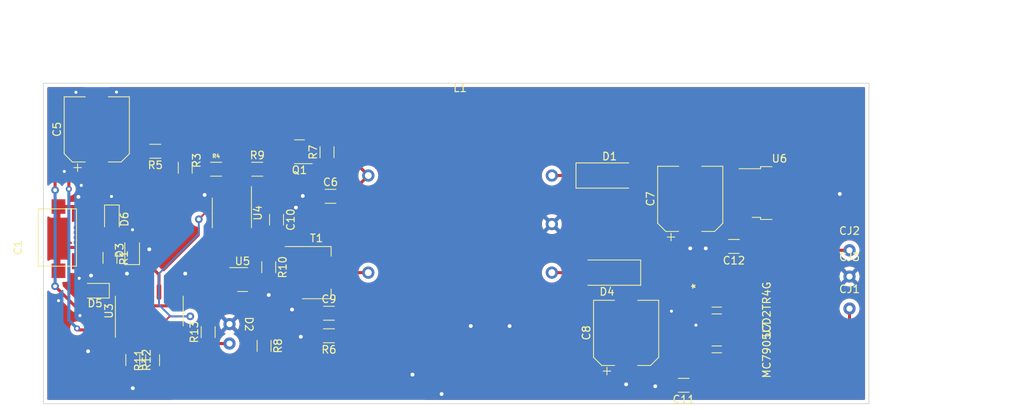
<source format=kicad_pcb>
(kicad_pcb (version 20211014) (generator pcbnew)
  (layers (0 "F.Cu" signal) (31 "B.Cu" signal) (34 "B.Paste" user) (35 "F.Paste" user) (36 "B.SilkS" user "B.Silkscreen") (37 "F.SilkS" user "F.Silkscreen") (38 "B.Mask" user) (39 "F.Mask" user) (44 "Edge.Cuts" user))
  (net 0 "")
  (net 1 "USB_5V")
  (net 2 "UPDI")
  (net 3 "Net-(C1-Pad3)")
  (net 4 "GND")
  (net 5 "Vout")
  (net 6 "Net-(C9-Pad1)")
  (net 7 "Net-(C9-Pad2)")
  (net 8 "Net-(C11-Pad1)")
  (net 9 "Net-(C12-Pad1)")
  (net 10 "Net-(D1-Pad1)")
  (net 11 "+V_rect")
  (net 12 "-V_rect")
  (net 13 "Net-(D4-Pad2)")
  (net 14 "Sig_Save")
  (net 15 "ISH-")
  (net 16 "Net-(R3-Pad2)")
  (net 17 "ISH+")
  (net 18 "Net-(R4-Pad2)")
  (net 19 "2.5Vref")
  (net 20 "IS_Shunt")
  (net 21 "PWM_amplified")
  (net 22 "Feedback_Boost")
  (net 23 "Net-(D2-Pad2)")
  (net 24 "Net-(R13-Pad2)")
  (net 28 "PWM_Boost")
  (net 31 "GNDREF")
  (footprint "Package_TO_SOT_SMD:SOT-23" (layer "F.Cu") (at 65.2295 86.426 180)
    (fp_text reference "Q1" (at 0 -2.4) (layer "F.SilkS"))
    (fp_text value "Si2319CDS")
    (fp_line (start 0 -1.56) (end -1.675 -1.56) (layer "F.SilkS") (width 0.12))
    (fp_line (start 0 -1.56) (end 0.65 -1.56) (layer "F.SilkS") (width 0.12))
    (fp_line (start 0 1.56) (end 0.65 1.56) (layer "F.SilkS") (width 0.12))
    (fp_line (start 0 1.56) (end -0.65 1.56) (layer "F.SilkS") (width 0.12))
    (pad "1" smd roundrect locked (at -0.9375 -0.95 180) (size 1.475 0.6) (layers "F.Cu" "F.Paste" "F.Mask") (net 14 "Sig_Save"))
    (pad "2" smd roundrect locked (at -0.9375 0.95 180) (size 1.475 0.6) (layers "F.Cu" "F.Paste" "F.Mask") (net 15 "ISH-"))
    (pad "3" smd roundrect locked (at 0.9375 0 180) (size 1.475 0.6) (layers "F.Cu" "F.Paste" "F.Mask") (net 5 "Vout"))
  )
  (footprint "Resistor_SMD:R_1206_3216Metric_Pad1.30x1.75mm_HandSolder" (layer "F.Cu") (at 68.834 86.487 90)
    (fp_text reference "R7" (at 0 -1.82 90) (layer "F.SilkS"))
    (fp_text value "10k")
    (fp_line (start -0.727064 0.91) (end 0.727064 0.91) (layer "F.SilkS") (width 0.12))
    (fp_line (start -0.727064 -0.91) (end 0.727064 -0.91) (layer "F.SilkS") (width 0.12))
    (pad "1" smd roundrect locked (at -1.55 0 90) (size 1.3 1.75) (layers "F.Cu" "F.Paste" "F.Mask") (roundrect_rratio 0.1923076923) (net 14 "Sig_Save"))
    (pad "2" smd roundrect locked (at 1.55 0 90) (size 1.3 1.75) (layers "F.Cu" "F.Paste" "F.Mask") (roundrect_rratio 0.1923076923) (net 15 "ISH-"))
  )
  (footprint "Package_TO_SOT_SMD:TO-252-2" (layer "F.Cu") (at 128 91.825)
    (fp_text reference "U6" (at 0 -4.5) (layer "F.SilkS"))
    (fp_text value "BA17805FP-E2")
    (fp_line (start -2.47 3.45) (end -2.47 3.18) (layer "F.SilkS") (width 0.12))
    (fp_line (start -2.47 -3.45) (end -2.47 -3.18) (layer "F.SilkS") (width 0.12))
    (fp_line (start -0.97 3.45) (end -2.47 3.45) (layer "F.SilkS") (width 0.12))
    (fp_line (start -2.47 3.18) (end -3.57 3.18) (layer "F.SilkS") (width 0.12))
    (fp_line (start -0.97 -3.45) (end -2.47 -3.45) (layer "F.SilkS") (width 0.12))
    (fp_line (start -2.47 -3.18) (end -5.3 -3.18) (layer "F.SilkS") (width 0.12))
    (pad "1" smd rect locked (at -4.2 -2.28) (size 2.2 1.2) (layers "F.Cu" "F.Paste" "F.Mask") (net 11 "+V_rect"))
    (pad "2" smd rect locked (at 2.1 0) (size 6.4 5.8) (layers "F.Cu" "F.Mask") (net 4 "GND"))
    (pad "3" smd rect locked (at -4.2 2.28) (size 2.2 1.2) (layers "F.Cu" "F.Paste" "F.Mask") (net 9 "Net-(C12-Pad1)"))
  )
  (footprint "Diode_SMD:D_SMA_Handsoldering" (layer "F.Cu") (at 105.45 102.235 180)
    (fp_text reference "D4" (at 0 -2.5) (layer "F.SilkS"))
    (fp_text value "DIODE")
    (fp_line (start -4.4 -1.65) (end -4.4 1.65) (layer "F.SilkS") (width 0.12))
    (fp_line (start -4.4 1.65) (end 2.5 1.65) (layer "F.SilkS") (width 0.12))
    (fp_line (start -4.4 -1.65) (end 2.5 -1.65) (layer "F.SilkS") (width 0.12))
    (pad "1" smd rect locked (at -2.5 0 180) (size 3.5 1.8) (layers "F.Cu" "F.Paste" "F.Mask") (net 12 "-V_rect"))
    (pad "2" smd rect locked (at 2.5 0 180) (size 3.5 1.8) (layers "F.Cu" "F.Paste" "F.Mask") (net 13 "Net-(D4-Pad2)"))
  )
  (footprint "Capacitor_SMD:C_1206_3216Metric_Pad1.33x1.80mm_HandSolder" (layer "F.Cu") (at 69.2912 92.2528)
    (fp_text reference "C6" (at 0 -1.85) (layer "F.SilkS"))
    (fp_text value "10n")
    (fp_line (start -0.711252 0.91) (end 0.711252 0.91) (layer "F.SilkS") (width 0.12))
    (fp_line (start -0.711252 -0.91) (end 0.711252 -0.91) (layer "F.SilkS") (width 0.12))
    (pad "1" smd roundrect locked (at -1.5625 0) (size 1.325 1.8) (layers "F.Cu" "F.Paste" "F.Mask") (roundrect_rratio 0.1886792453) (net 4 "GND"))
    (pad "2" smd roundrect locked (at 1.5625 0) (size 1.325 1.8) (layers "F.Cu" "F.Paste" "F.Mask") (roundrect_rratio 0.1886792453) (net 5 "Vout"))
  )
  (footprint "Capacitor_SMD:C_1206_3216Metric_Pad1.33x1.80mm_HandSolder" (layer "F.Cu") (at 122.047 98.806 180)
    (fp_text reference "C12" (at 0 -1.85) (layer "F.SilkS"))
    (fp_text value "2,2µ")
    (fp_line (start -0.711252 -0.91) (end 0.711252 -0.91) (layer "F.SilkS") (width 0.12))
    (fp_line (start -0.711252 0.91) (end 0.711252 0.91) (layer "F.SilkS") (width 0.12))
    (pad "1" smd roundrect locked (at -1.5625 0 180) (size 1.325 1.8) (layers "F.Cu" "F.Paste" "F.Mask") (roundrect_rratio 0.1886792453) (net 9 "Net-(C12-Pad1)"))
    (pad "2" smd roundrect locked (at 1.5625 0 180) (size 1.325 1.8) (layers "F.Cu" "F.Paste" "F.Mask") (roundrect_rratio 0.1886792453) (net 4 "GND"))
  )
  (footprint "Diode_SMD:D_0805_2012Metric_Pad1.15x1.40mm_HandSolder" (layer "F.Cu") (at 38.5 104.6 180)
    (fp_text reference "D5" (at 0 -1.65) (layer "F.SilkS"))
    (fp_text value "SD12_SOD323")
    (fp_line (start 1 -0.96) (end -1.86 -0.96) (layer "F.SilkS") (width 0.12))
    (fp_line (start -1.86 -0.96) (end -1.86 0.96) (layer "F.SilkS") (width 0.12))
    (fp_line (start -1.86 0.96) (end 1 0.96) (layer "F.SilkS") (width 0.12))
    (pad "1" smd roundrect locked (at -1.025 0 180) (size 1.15 1.4) (layers "F.Cu" "F.Paste" "F.Mask") (roundrect_rratio 0.217391) (net 3 "Net-(C1-Pad3)"))
    (pad "2" smd roundrect locked (at 1.025 0 180) (size 1.15 1.4) (layers "F.Cu" "F.Paste" "F.Mask") (roundrect_rratio 0.217391) (net 4 "GND"))
  )
  (footprint "Package_SO:SOIC-14_3.9x8.7mm_P1.27mm" (layer "F.Cu") (at 45.593 107.253 90)
    (fp_text reference "U3" (at 0 -5.28 90) (layer "F.SilkS"))
    (fp_text value "ATtiny204-SS")
    (fp_line (start 0 4.435) (end -1.95 4.435) (layer "F.SilkS") (width 0.12))
    (fp_line (start 0 -4.435) (end 1.95 -4.435) (layer "F.SilkS") (width 0.12))
    (fp_line (start 0 4.435) (end 1.95 4.435) (layer "F.SilkS") (width 0.12))
    (fp_line (start 0 -4.435) (end -3.45 -4.435) (layer "F.SilkS") (width 0.12))
    (pad "1" smd roundrect locked (at -2.475 -3.81 90) (size 1.95 0.6) (layers "F.Cu" "F.Paste" "F.Mask") (net 1 "USB_5V"))
    (pad "2" smd roundrect locked (at -2.475 -2.54 90) (size 1.95 0.6) (layers "F.Cu" "F.Paste" "F.Mask"))
    (pad "3" smd roundrect locked (at -2.475 -1.27 90) (size 1.95 0.6) (layers "F.Cu" "F.Paste" "F.Mask") (net 24 "Net-(R13-Pad2)"))
    (pad "4" smd roundrect locked (at -2.475 0 90) (size 1.95 0.6) (layers "F.Cu" "F.Paste" "F.Mask") (net 22 "Feedback_Boost"))
    (pad "5" smd roundrect locked (at -2.475 1.27 90) (size 1.95 0.6) (layers "F.Cu" "F.Paste" "F.Mask") (net 20 "IS_Shunt"))
    (pad "6" smd roundrect locked (at -2.475 2.54 90) (size 1.95 0.6) (layers "F.Cu" "F.Paste" "F.Mask"))
    (pad "7" smd roundrect locked (at -2.475 3.81 90) (size 1.95 0.6) (layers "F.Cu" "F.Paste" "F.Mask"))
    (pad "8" smd roundrect locked (at 2.475 3.81 90) (size 1.95 0.6) (layers "F.Cu" "F.Paste" "F.Mask") (net 28 "PWM_Boost"))
    (pad "9" smd roundrect locked (at 2.475 2.54 90) (size 1.95 0.6) (layers "F.Cu" "F.Paste" "F.Mask") (net 14 "Sig_Save"))
    (pad "10" smd roundrect locked (at 2.475 1.27 90) (size 1.95 0.6) (layers "F.Cu" "F.Paste" "F.Mask") (net 2 "UPDI"))
    (pad "11" smd roundrect locked (at 2.475 0 90) (size 1.95 0.6) (layers "F.Cu" "F.Paste" "F.Mask"))
    (pad "12" smd roundrect locked (at 2.475 -1.27 90) (size 1.95 0.6) (layers "F.Cu" "F.Paste" "F.Mask"))
    (pad "13" smd roundrect locked (at 2.475 -2.54 90) (size 1.95 0.6) (layers "F.Cu" "F.Paste" "F.Mask") (net 17 "ISH+"))
    (pad "14" smd roundrect locked (at 2.475 -3.81 90) (size 1.95 0.6) (layers "F.Cu" "F.Paste" "F.Mask") (net 4 "GND"))
  )
  (footprint "Resistor_SMD:R_1206_3216Metric_Pad1.30x1.75mm_HandSolder" (layer "F.Cu") (at 69.088 110.49 180)
    (fp_text reference "R6" (at 0 -1.82) (layer "F.SilkS"))
    (fp_text value "72k")
    (fp_line (start -0.727064 0.91) (end 0.727064 0.91) (layer "F.SilkS") (width 0.12))
    (fp_line (start -0.727064 -0.91) (end 0.727064 -0.91) (layer "F.SilkS") (width 0.12))
    (pad "1" smd roundrect locked (at -1.55 0 180) (size 1.3 1.75) (layers "F.Cu" "F.Paste" "F.Mask") (roundrect_rratio 0.1923076923) (net 6 "Net-(C9-Pad1)"))
    (pad "2" smd roundrect locked (at 1.55 0 180) (size 1.3 1.75) (layers "F.Cu" "F.Paste" "F.Mask") (roundrect_rratio 0.1923076923) (net 4 "GND"))
  )
  (footprint "Meine_Footprints:USB_Micro_Hirose_RSComponents" (layer "F.Cu") (at 37.068 98.94 90)
    (fp_text reference "C1" (at -0.025 -8.65 90) (layer "F.SilkS"))
    (fp_text value "Hirose_Micro_USB_RSComp")
    (fp_line (start -2.45 -1) (end 5.05 -1) (layer "F.SilkS") (width 0.12))
    (fp_line (start -2.45 -6) (end -2.45 -1) (layer "F.SilkS") (width 0.12))
    (fp_line (start 5.05 -1) (end 5.05 -6) (layer "F.SilkS") (width 0.12))
    (fp_line (start 5.05 -6) (end -2.45 -6) (layer "F.SilkS") (width 0.12))
    (pad "1" smd rect locked (at 2.6 0 90) (size 0.4 1.35) (drill (offset 0 -0.675)) (layers "F.Cu" "F.Paste" "F.Mask") (net 1 "USB_5V"))
    (pad "2" smd rect locked (at 1.95 0 90) (size 0.4 1.35) (drill (offset 0 -0.675)) (layers "F.Cu" "F.Paste" "F.Mask") (net 2 "UPDI"))
    (pad "3" smd rect locked (at 1.3 0 90) (size 0.4 1.35) (drill (offset 0 -0.675)) (layers "F.Cu" "F.Paste" "F.Mask") (net 3 "Net-(C1-Pad3)"))
    (pad "4" smd rect locked (at 0.65 0 90) (size 0.4 1.35) (drill (offset 0 -0.675)) (layers "F.Cu" "F.Paste" "F.Mask") (net 4 "GND"))
    (pad "5" smd rect locked (at 0 0 90) (size 0.4 1.35) (drill (offset 0 -0.675)) (layers "F.Cu" "F.Paste" "F.Mask") (net 4 "GND"))
    (pad "GND" smd rect locked (at 4.4 0 90) (size 2.1 1.6) (drill (offset 0 -0.8)) (layers "F.Cu" "F.Paste" "F.Mask") (net 4 "GND"))
    (pad "GND" smd rect locked (at -1.8 0 90) (size 2.1 1.6) (drill (offset 0 -0.8)) (layers "F.Cu" "F.Paste" "F.Mask") (net 4 "GND"))
    (pad "GND" smd rect locked (at 5.35 -3.35 90) (size 1.9 1.8) (layers "F.Cu" "F.Paste" "F.Mask") (net 4 "GND"))
    (pad "GND" smd rect locked (at -3.05 -3.35 270) (size 1.9 1.8) (layers "F.Cu" "F.Paste" "F.Mask") (net 4 "GND"))
  )
  (footprint "Meine_Footprints:Split_Ferrit_Transformer" (layer "F.Cu") (at 86.233 89.535)
    (fp_text reference "L1" (at 0 -11.43) (layer "F.SilkS"))
    (fp_text value "Split_Transformer")
    (pad "1" thru_hole circle (at -12 0) (size 1.6 1.6) (drill 0.9) (layers *.Cu *.Mask) (net 5 "Vout"))
    (pad "2" thru_hole circle (at -12 12.7) (size 1.6 1.6) (drill 0.9) (layers *.Cu *.Mask) (net 7 "Net-(C9-Pad2)"))
    (pad "3" thru_hole circle (at 12 6.35) (size 1.6 1.6) (drill 0.9) (layers *.Cu *.Mask) (net 4 "GND"))
    (pad "4" thru_hole circle (at 12 0) (size 1.6 1.6) (drill 0.9) (layers *.Cu *.Mask) (net 10 "Net-(D1-Pad1)"))
    (pad "5" thru_hole circle (at 12 12.7) (size 1.6 1.6) (drill 0.9) (layers *.Cu *.Mask) (net 13 "Net-(D4-Pad2)"))
  )
  (footprint "Capacitor_SMD:CP_Elec_8x6.7" (layer "F.Cu") (at 38.725 83.5 90)
    (fp_text reference "C5" (at 0 -5.2 90) (layer "F.SilkS"))
    (fp_text value "100µ")
    (fp_line (start 4.26 4.26) (end 4.26 1.51) (layer "F.SilkS") (width 0.12))
    (fp_line (start -5 -3.01) (end -5 -2.01) (layer "F.SilkS") (width 0.12))
    (fp_line (start -4.26 3.195563) (end -4.26 1.51) (layer "F.SilkS") (width 0.12))
    (fp_line (start -4.26 3.195563) (end -3.195563 4.26) (layer "F.SilkS") (width 0.12))
    (fp_line (start 4.26 -4.26) (end 4.26 -1.51) (layer "F.SilkS") (width 0.12))
    (fp_line (start -4.26 -3.195563) (end -4.26 -1.51) (layer "F.SilkS") (width 0.12))
    (fp_line (start -3.195563 4.26) (end 4.26 4.26) (layer "F.SilkS") (width 0.12))
    (fp_line (start -4.26 -3.195563) (end -3.195563 -4.26) (layer "F.SilkS") (width 0.12))
    (fp_line (start -5.5 -2.51) (end -4.5 -2.51) (layer "F.SilkS") (width 0.12))
    (fp_line (start -3.195563 -4.26) (end 4.26 -4.26) (layer "F.SilkS") (width 0.12))
    (pad "1" smd roundrect locked (at -3.05 0 90) (size 4 2.5) (layers "F.Cu" "F.Paste" "F.Mask") (roundrect_rratio 0.1) (net 1 "USB_5V"))
    (pad "2" smd roundrect locked (at 3.05 0 90) (size 4 2.5) (layers "F.Cu" "F.Paste" "F.Mask") (roundrect_rratio 0.1) (net 4 "GND"))
  )
  (footprint "Meine_Footprints:2_THT_Lötpads" (layer "F.Cu") (at 56.0832 108.966 -90)
    (fp_text reference "D2" (at 0 -2.54 -90 unlocked) (layer "F.SilkS"))
    (fp_text value "Rot")
    (pad "1" thru_hole circle (at 0 0 270) (size 1.6 1.6) (drill 0.8) (layers *.Cu *.Mask) (net 4 "GND"))
    (pad "2" thru_hole circle (at 2.54 0 270) (size 1.6 1.6) (drill 0.8) (layers *.Cu *.Mask) (net 23 "Net-(D2-Pad2)"))
  )
  (footprint "Resistor_SMD:R_1206_3216Metric_Pad1.30x1.75mm_HandSolder" (layer "F.Cu") (at 53.2892 110.008 90)
    (fp_text reference "R13" (at 0 -1.82 90) (layer "F.SilkS"))
    (fp_text value "680")
    (fp_line (start -0.727064 0.91) (end 0.727064 0.91) (layer "F.SilkS") (width 0.12))
    (fp_line (start -0.727064 -0.91) (end 0.727064 -0.91) (layer "F.SilkS") (width 0.12))
    (pad "1" smd roundrect locked (at -1.55 0 90) (size 1.3 1.75) (layers "F.Cu" "F.Paste" "F.Mask") (roundrect_rratio 0.1923076923) (net 23 "Net-(D2-Pad2)"))
    (pad "2" smd roundrect locked (at 1.55 0 90) (size 1.3 1.75) (layers "F.Cu" "F.Paste" "F.Mask") (roundrect_rratio 0.1923076923) (net 24 "Net-(R13-Pad2)"))
  )
  (footprint "Resistor_SMD:R_1206_3216Metric_Pad1.30x1.75mm_HandSolder" (layer "F.Cu") (at 54.33 88.711)
    (fp_text reference "R4" (at 0 -1.716) (layer "F.SilkS") (effects (font (size 0.5 0.5) (thickness 0.125))))
    (fp_text value "10k")
    (fp_line (start -0.727064 -0.91) (end 0.727064 -0.91) (layer "F.SilkS") (width 0.12))
    (fp_line (start -0.727064 0.91) (end 0.727064 0.91) (layer "F.SilkS") (width 0.12))
    (pad "1" smd roundrect locked (at -1.55 0) (size 1.3 1.75) (layers "F.Cu" "F.Paste" "F.Mask") (roundrect_rratio 0.1923076923) (net 17 "ISH+"))
    (pad "2" smd roundrect locked (at 1.55 0) (size 1.3 1.75) (layers "F.Cu" "F.Paste" "F.Mask") (roundrect_rratio 0.1923076923) (net 18 "Net-(R4-Pad2)"))
  )
  (footprint "Resistor_SMD:R_1206_3216Metric_Pad1.30x1.75mm_HandSolder" (layer "F.Cu") (at 61.214 101.5244 -90)
    (fp_text reference "R10" (at 0 -1.82 90) (layer "F.SilkS"))
    (fp_text value "10k")
    (fp_line (start -0.727064 0.91) (end 0.727064 0.91) (layer "F.SilkS") (width 0.12))
    (fp_line (start -0.727064 -0.91) (end 0.727064 -0.91) (layer "F.SilkS") (width 0.12))
    (pad "1" smd roundrect locked (at -1.55 0 270) (size 1.3 1.75) (layers "F.Cu" "F.Paste" "F.Mask") (roundrect_rratio 0.1923076923) (net 21 "PWM_amplified"))
    (pad "2" smd roundrect locked (at 1.55 0 270) (size 1.3 1.75) (layers "F.Cu" "F.Paste" "F.Mask") (roundrect_rratio 0.1923076923) (net 4 "GND"))
  )
  (footprint "Resistor_SMD:R_1206_3216Metric_Pad1.30x1.75mm_HandSolder" (layer "F.Cu") (at 40.45 100.3 -90)
    (fp_text reference "R1" (at 0 -1.82 90) (layer "F.SilkS"))
    (fp_text value "4k7")
    (fp_line (start -0.727064 0.91) (end 0.727064 0.91) (layer "F.SilkS") (width 0.12))
    (fp_line (start -0.727064 -0.91) (end 0.727064 -0.91) (layer "F.SilkS") (width 0.12))
    (pad "1" smd roundrect locked (at -1.55 0 270) (size 1.3 1.75) (layers "F.Cu" "F.Paste" "F.Mask") (roundrect_rratio 0.192308) (net 2 "UPDI"))
    (pad "2" smd roundrect locked (at 1.55 0 270) (size 1.3 1.75) (layers "F.Cu" "F.Paste" "F.Mask") (roundrect_rratio 0.192308) (net 3 "Net-(C1-Pad3)"))
  )
  (footprint "Capacitor_SMD:CP_Elec_8x6.7" (layer "F.Cu") (at 107.95 110.111 90)
    (fp_text reference "C8" (at 0 -5.2 90) (layer "F.SilkS"))
    (fp_text value "100µ")
    (fp_line (start 4.26 -4.26) (end 4.26 -1.51) (layer "F.SilkS") (width 0.12))
    (fp_line (start -5 -3.01) (end -5 -2.01) (layer "F.SilkS") (width 0.12))
    (fp_line (start 4.26 4.26) (end 4.26 1.51) (layer "F.SilkS") (width 0.12))
    (fp_line (start -4.26 -3.195563) (end -4.26 -1.51) (layer "F.SilkS") (width 0.12))
    (fp_line (start -4.26 3.195563) (end -4.26 1.51) (layer "F.SilkS") (width 0.12))
    (fp_line (start -4.26 3.195563) (end -3.195563 4.26) (layer "F.SilkS") (width 0.12))
    (fp_line (start -3.195563 4.26) (end 4.26 4.26) (layer "F.SilkS") (width 0.12))
    (fp_line (start -4.26 -3.195563) (end -3.195563 -4.26) (layer "F.SilkS") (width 0.12))
    (fp_line (start -3.195563 -4.26) (end 4.26 -4.26) (layer "F.SilkS") (width 0.12))
    (fp_line (start -5.5 -2.51) (end -4.5 -2.51) (layer "F.SilkS") (width 0.12))
    (pad "1" smd roundrect locked (at -3.05 0 90) (size 4 2.5) (layers "F.Cu" "F.Paste" "F.Mask") (roundrect_rratio 0.1) (net 4 "GND"))
    (pad "2" smd roundrect locked (at 3.05 0 90) (size 4 2.5) (layers "F.Cu" "F.Paste" "F.Mask") (roundrect_rratio 0.1) (net 12 "-V_rect"))
  )
  (footprint "Diode_SMD:D_0805_2012Metric_Pad1.15x1.40mm_HandSolder" (layer "F.Cu") (at 40.7 95.25 -90)
    (fp_text reference "D6" (at 0 -1.65 90) (layer "F.SilkS"))
    (fp_text value "SD12_SOD323")
    (fp_line (start 1 -0.96) (end -1.86 -0.96) (layer "F.SilkS") (width 0.12))
    (fp_line (start -1.86 0.96) (end 1 0.96) (layer "F.SilkS") (width 0.12))
    (fp_line (start -1.86 -0.96) (end -1.86 0.96) (layer "F.SilkS") (width 0.12))
    (pad "1" smd roundrect locked (at -1.025 0 270) (size 1.15 1.4) (layers "F.Cu" "F.Paste" "F.Mask") (roundrect_rratio 0.217391) (net 31 "GNDREF"))
    (pad "2" smd roundrect locked (at 1.025 0 270) (size 1.15 1.4) (layers "F.Cu" "F.Paste" "F.Mask") (roundrect_rratio 0.217391) (net 1 "USB_5V"))
  )
  (footprint "Capacitor_SMD:CP_Elec_8x6.7" (layer "F.Cu") (at 116.332 92.585 90)
    (fp_text reference "C7" (at 0 -5.2 90) (layer "F.SilkS"))
    (fp_text value "100µ")
    (fp_line (start -4.26 -3.195563) (end -3.195563 -4.26) (layer "F.SilkS") (width 0.12))
    (fp_line (start -5.5 -2.51) (end -4.5 -2.51) (layer "F.SilkS") (width 0.12))
    (fp_line (start 4.26 4.26) (end 4.26 1.51) (layer "F.SilkS") (width 0.12))
    (fp_line (start -3.195563 4.26) (end 4.26 4.26) (layer "F.SilkS") (width 0.12))
    (fp_line (start -3.195563 -4.26) (end 4.26 -4.26) (layer "F.SilkS") (width 0.12))
    (fp_line (start -4.26 3.195563) (end -4.26 1.51) (layer "F.SilkS") (width 0.12))
    (fp_line (start -5 -3.01) (end -5 -2.01) (layer "F.SilkS") (width 0.12))
    (fp_line (start -4.26 -3.195563) (end -4.26 -1.51) (layer "F.SilkS") (width 0.12))
    (fp_line (start -4.26 3.195563) (end -3.195563 4.26) (layer "F.SilkS") (width 0.12))
    (fp_line (start 4.26 -4.26) (end 4.26 -1.51) (layer "F.SilkS") (width 0.12))
    (pad "1" smd roundrect locked (at -3.05 0 90) (size 4 2.5) (layers "F.Cu" "F.Paste" "F.Mask") (roundrect_rratio 0.1) (net 4 "GND"))
    (pad "2" smd roundrect locked (at 3.05 0 90) (size 4 2.5) (layers "F.Cu" "F.Paste" "F.Mask") (roundrect_rratio 0.1) (net 11 "+V_rect"))
  )
  (footprint "Capacitor_SMD:C_1206_3216Metric_Pad1.33x1.80mm_HandSolder" (layer "F.Cu") (at 115.4815 116.967 180)
    (fp_text reference "C11" (at 0 -1.85) (layer "F.SilkS"))
    (fp_text value "2,2µ")
    (fp_line (start -0.711252 0.91) (end 0.711252 0.91) (layer "F.SilkS") (width 0.12))
    (fp_line (start -0.711252 -0.91) (end 0.711252 -0.91) (layer "F.SilkS") (width 0.12))
    (pad "1" smd roundrect locked (at -1.5625 0 180) (size 1.325 1.8) (layers "F.Cu" "F.Paste" "F.Mask") (roundrect_rratio 0.1886792453) (net 8 "Net-(C11-Pad1)"))
    (pad "2" smd roundrect locked (at 1.5625 0 180) (size 1.325 1.8) (layers "F.Cu" "F.Paste" "F.Mask") (roundrect_rratio 0.1886792453) (net 4 "GND"))
  )
  (footprint "Meine_Footprints:1_THT_Lötpad" (layer "F.Cu") (at 137.16 102.743)
    (fp_text reference "CJ3" (at 0 -2.54 unlocked) (layer "F.SilkS"))
    (fp_text value "GND")
    (pad "1" thru_hole circle (at 0 0) (size 1.6 1.6) (drill 0.8) (layers *.Cu *.Mask) (net 4 "GND"))
  )
  (footprint "Meine_Footprints:MC7905CD2TR4G" (layer "F.Cu") (at 126.33325 109.728 -90)
    (fp_text reference "U7" (at 0 0 90) (layer "F.SilkS"))
    (fp_text value "MC7905CD2TR4G" (at 0 0 90) (layer "F.SilkS"))
    (fp_text user "*" (at -5.715 9.271 90) (layer "F.SilkS"))
    (fp_text user "*" (at -5.715 9.271 90) (layer "F.SilkS"))
    (fp_line (start 2.9845 5.89534) (end 2.9845 7.1628) (layer "F.SilkS") (width 0.12))
    (fp_line (start -2.9845 5.89534) (end -2.9845 7.1628) (layer "F.SilkS") (width 0.12))
    (fp_line (start -2.0955 5.89534) (end -2.0955 7.1628) (layer "F.SilkS") (width 0.12))
    (fp_line (start 2.0955 5.89534) (end 2.0955 7.1628) (layer "F.SilkS") (width 0.12))
    (pad "1" smd rect (at -2.54 9.271 270) (size 0.9398 3.5052) (layers "F.Cu" "F.Paste" "F.Mask") (net 4 "GND"))
    (pad "2" smd rect (at 0 0 270) (size 10.033 11.1252) (layers "F.Cu" "F.Paste" "F.Mask") (net 12 "-V_rect"))
    (pad "3" smd rect (at 2.54 9.271 270) (size 0.9398 3.5052) (layers "F.Cu" "F.Paste" "F.Mask") (net 8 "Net-(C11-Pad1)"))
  )
  (footprint "Resistor_SMD:R_1206_3216Metric_Pad1.30x1.75mm_HandSolder" (layer "F.Cu") (at 43.434 113.665 -90)
    (fp_text reference "R12" (at 0 -1.82 90) (layer "F.SilkS"))
    (fp_text value "10k")
    (fp_line (start -0.727064 0.91) (end 0.727064 0.91) (layer "F.SilkS") (width 0.12))
    (fp_line (start -0.727064 -0.91) (end 0.727064 -0.91) (layer "F.SilkS") (width 0.12))
    (pad "1" smd roundrect locked (at -1.55 0 270) (size 1.3 1.75) (layers "F.Cu" "F.Paste" "F.Mask") (roundrect_rratio 0.1923076923) (net 22 "Feedback_Boost"))
    (pad "2" smd roundrect locked (at 1.55 0 270) (size 1.3 1.75) (layers "F.Cu" "F.Paste" "F.Mask") (roundrect_rratio 0.1923076923) (net 4 "GND"))
  )
  (footprint "Resistor_SMD:R_1206_3216Metric_Pad1.30x1.75mm_HandSolder" (layer "F.Cu") (at 60.6044 111.8108 -90)
    (fp_text reference "R8" (at 0 -1.82 90) (layer "F.SilkS"))
    (fp_text value "22k")
    (fp_line (start -0.727064 0.91) (end 0.727064 0.91) (layer "F.SilkS") (width 0.12))
    (fp_line (start -0.727064 -0.91) (end 0.727064 -0.91) (layer "F.SilkS") (width 0.12))
    (pad "1" smd roundrect locked (at -1.55 0 270) (size 1.3 1.75) (layers "F.Cu" "F.Paste" "F.Mask") (roundrect_rratio 0.1923076923) (net 19 "2.5Vref"))
    (pad "2" smd roundrect locked (at 1.55 0 270) (size 1.3 1.75) (layers "F.Cu" "F.Paste" "F.Mask") (roundrect_rratio 0.1923076923) (net 1 "USB_5V"))
  )
  (footprint "Diode_SMD:D_0805_2012Metric_Pad1.15x1.40mm_HandSolder" (layer "F.Cu") (at 43.35 99.325 90)
    (fp_text reference "D3" (at 0 -1.65 90) (layer "F.SilkS"))
    (fp_text value "SD12_SOD323")
    (fp_line (start 1 -0.96) (end -1.86 -0.96) (layer "F.SilkS") (width 0.12))
    (fp_line (start -1.86 -0.96) (end -1.86 0.96) (layer "F.SilkS") (width 0.12))
    (fp_line (start -1.86 0.96) (end 1 0.96) (layer "F.SilkS") (width 0.12))
    (pad "1" smd roundrect locked (at -1.025 0 90) (size 1.15 1.4) (layers "F.Cu" "F.Paste" "F.Mask") (roundrect_rratio 0.217391) (net 2 "UPDI"))
    (pad "2" smd roundrect locked (at 1.025 0 90) (size 1.15 1.4) (layers "F.Cu" "F.Paste" "F.Mask") (roundrect_rratio 0.217391) (net 4 "GND"))
  )
  (footprint "Meine_Footprints:1_THT_Lötpad" (layer "F.Cu") (at 137.16 99.314)
    (fp_text reference "CJ2" (at 0 -2.54 unlocked) (layer "F.SilkS"))
    (fp_text value "+5V")
    (pad "1" thru_hole circle (at 0 0) (size 1.6 1.6) (drill 0.8) (layers *.Cu *.Mask) (net 9 "Net-(C12-Pad1)"))
  )
  (footprint "Resistor_SMD:R_1206_3216Metric_Pad1.30x1.75mm_HandSolder" (layer "F.Cu") (at 59.716 88.711)
    (fp_text reference "R9" (at 0 -1.82) (layer "F.SilkS"))
    (fp_text value "1Meg")
    (fp_line (start -0.727064 -0.91) (end 0.727064 -0.91) (layer "F.SilkS") (width 0.12))
    (fp_line (start -0.727064 0.91) (end 0.727064 0.91) (layer "F.SilkS") (width 0.12))
    (pad "1" smd roundrect locked (at -1.55 0) (size 1.3 1.75) (layers "F.Cu" "F.Paste" "F.Mask") (roundrect_rratio 0.1923076923) (net 18 "Net-(R4-Pad2)"))
    (pad "2" smd roundrect locked (at 1.55 0) (size 1.3 1.75) (layers "F.Cu" "F.Paste" "F.Mask") (roundrect_rratio 0.1923076923) (net 20 "IS_Shunt"))
  )
  (footprint "Package_TO_SOT_SMD:SOT-23" (layer "F.Cu") (at 57.7827 103.1392)
    (fp_text reference "U5" (at 0 -2.4) (layer "F.SilkS"))
    (fp_text value "TL431ASA-7")
    (fp_line (start 0 -1.56) (end 0.65 -1.56) (layer "F.SilkS") (width 0.12))
    (fp_line (start 0 1.56) (end 0.65 1.56) (layer "F.SilkS") (width 0.12))
    (fp_line (start 0 -1.56) (end -1.675 -1.56) (layer "F.SilkS") (width 0.12))
    (fp_line (start 0 1.56) (end -0.65 1.56) (layer "F.SilkS") (width 0.12))
    (pad "1" smd roundrect locked (at -0.9375 -0.95) (size 1.475 0.6) (layers "F.Cu" "F.Paste" "F.Mask") (net 19 "2.5Vref"))
    (pad "2" smd roundrect locked (at -0.9375 0.95) (size 1.475 0.6) (layers "F.Cu" "F.Paste" "F.Mask") (net 19 "2.5Vref"))
    (pad "3" smd roundrect locked (at 0.9375 0) (size 1.475 0.6) (layers "F.Cu" "F.Paste" "F.Mask") (net 4 "GND"))
  )
  (footprint "Capacitor_SMD:C_1206_3216Metric_Pad1.33x1.80mm_HandSolder" (layer "F.Cu") (at 69.088 107.5436)
    (fp_text reference "C9" (at 0 -1.85) (layer "F.SilkS"))
    (fp_text value "10n")
    (fp_line (start -0.711252 0.91) (end 0.711252 0.91) (layer "F.SilkS") (width 0.12))
    (fp_line (start -0.711252 -0.91) (end 0.711252 -0.91) (layer "F.SilkS") (width 0.12))
    (pad "1" smd roundrect locked (at -1.5625 0) (size 1.325 1.8) (layers "F.Cu" "F.Paste" "F.Mask") (roundrect_rratio 0.1886792453) (net 6 "Net-(C9-Pad1)"))
    (pad "2" smd roundrect locked (at 1.5625 0) (size 1.325 1.8) (layers "F.Cu" "F.Paste" "F.Mask") (roundrect_rratio 0.1886792453) (net 7 "Net-(C9-Pad2)"))
  )
  (footprint "Package_SO:SOIC-8_3.9x4.9mm_P1.27mm" (layer "F.Cu") (at 56.388 94.423 -90)
    (fp_text reference "U4" (at 0 -3.4 90) (layer "F.SilkS"))
    (fp_text value "MCP602")
    (fp_line (start 0 2.56) (end -1.95 2.56) (layer "F.SilkS") (width 0.12))
    (fp_line (start 0 2.56) (end 1.95 2.56) (layer "F.SilkS") (width 0.12))
    (fp_line (start 0 -2.56) (end -3.45 -2.56) (layer "F.SilkS") (width 0.12))
    (fp_line (start 0 -2.56) (end 1.95 -2.56) (layer "F.SilkS") (width 0.12))
    (pad "1" smd roundrect locked (at -2.475 -1.905 270) (size 1.95 0.6) (layers "F.Cu" "F.Paste" "F.Mask") (net 20 "IS_Shunt"))
    (pad "2" smd roundrect locked (at -2.475 -0.635 270) (size 1.95 0.6) (layers "F.Cu" "F.Paste" "F.Mask") (net 18 "Net-(R4-Pad2)"))
    (pad "3" smd roundrect locked (at -2.475 0.635 270) (size 1.95 0.6) (layers "F.Cu" "F.Paste" "F.Mask") (net 16 "Net-(R3-Pad2)"))
    (pad "4" smd roundrect locked (at -2.475 1.905 270) (size 1.95 0.6) (layers "F.Cu" "F.Paste" "F.Mask") (net 4 "GND"))
    (pad "5" smd roundrect locked (at 2.475 1.905 270) (size 1.95 0.6) (layers "F.Cu" "F.Paste" "F.Mask") (net 28 "PWM_Boost"))
    (pad "6" smd roundrect locked (at 2.475 0.635 270) (size 1.95 0.6) (layers "F.Cu" "F.Paste" "F.Mask") (net 19 "2.5Vref"))
    (pad "7" smd roundrect locked (at 2.475 -0.635 270) (size 1.95 0.6) (layers "F.Cu" "F.Paste" "F.Mask") (net 21 "PWM_amplified"))
    (pad "8" smd roundrect locked (at 2.475 -1.905 270) (size 1.95 0.6) (layers "F.Cu" "F.Paste" "F.Mask") (net 1 "USB_5V"))
  )
  (footprint "Resistor_SMD:R_1206_3216Metric_Pad1.30x1.75mm_HandSolder" (layer "F.Cu") (at 46.381 86.36 180)
    (fp_text reference "R5" (at 0 -1.82) (layer "F.SilkS"))
    (fp_text value "27m")
    (fp_line (start -0.727064 0.91) (end 0.727064 0.91) (layer "F.SilkS") (width 0.12))
    (fp_line (start -0.727064 -0.91) (end 0.727064 -0.91) (layer "F.SilkS") (width 0.12))
    (pad "1" smd roundrect locked (at -1.55 0 180) (size 1.3 1.75) (layers "F.Cu" "F.Paste" "F.Mask") (roundrect_rratio 0.1923076923) (net 15 "ISH-"))
    (pad "2" smd roundrect locked (at 1.55 0 180) (size 1.3 1.75) (layers "F.Cu" "F.Paste" "F.Mask") (roundrect_rratio 0.1923076923) (net 17 "ISH+"))
  )
  (footprint "Diode_SMD:D_SMA_Handsoldering" (layer "F.Cu") (at 105.791 89.535)
    (fp_text reference "D1" (at 0 -2.5) (layer "F.SilkS"))
    (fp_text value "DIODE")
    (fp_line (start -4.4 -1.65) (end 2.5 -1.65) (layer "F.SilkS") (width 0.12))
    (fp_line (start -4.4 -1.65) (end -4.4 1.65) (layer "F.SilkS") (width 0.12))
    (fp_line (start -4.4 1.65) (end 2.5 1.65) (layer "F.SilkS") (width 0.12))
    (pad "1" smd rect locked (at -2.5 0) (size 3.5 1.8) (layers "F.Cu" "F.Paste" "F.Mask") (net 10 "Net-(D1-Pad1)"))
    (pad "2" smd rect locked (at 2.5 0) (size 3.5 1.8) (layers "F.Cu" "F.Paste" "F.Mask") (net 11 "+V_rect"))
  )
  (footprint "Package_TO_SOT_SMD:SOT-223-3_TabPin2" (layer "F.Cu") (at 67.462 102.235)
    (fp_text reference "T1" (at 0 -4.5) (layer "F.SilkS"))
    (fp_text value "TSM950N10CW")
    (fp_line (start -4.1 -3.41) (end 1.91 -3.41) (layer "F.SilkS") (width 0.12))
    (fp_line (start -1.85 3.41) (end 1.91 3.41) (layer "F.SilkS") (width 0.12))
    (fp_line (start 1.91 3.41) (end 1.91 2.15) (layer "F.SilkS") (width 0.12))
    (fp_line (start 1.91 -3.41) (end 1.91 -2.15) (layer "F.SilkS") (width 0.12))
    (pad "1" smd rect locked (at -3.15 -2.3) (size 2 1.5) (layers "F.Cu" "F.Paste" "F.Mask") (net 21 "PWM_amplified"))
    (pad "2" smd rect locked (at -3.15 0) (size 2 1.5) (layers "F.Cu" "F.Paste" "F.Mask") (net 7 "Net-(C9-Pad2)"))
    (pad "2" smd rect locked (at 3.15 0) (size 2 3.8) (layers "F.Cu" "F.Paste" "F.Mask") (net 7 "Net-(C9-Pad2)"))
    (pad "3" smd rect locked (at -3.15 2.3) (size 2 1.5) (layers "F.Cu" "F.Paste" "F.Mask") (net 4 "GND"))
  )
  (footprint "Meine_Footprints:1_THT_Lötpad" (layer "F.Cu") (at 137.16 106.934)
    (fp_text reference "CJ1" (at 0 -2.54 unlocked) (layer "F.SilkS"))
    (fp_text value "-5V")
    (pad "1" thru_hole circle (at 0 0) (size 1.6 1.6) (drill 0.8) (layers *.Cu *.Mask) (net 8 "Net-(C11-Pad1)"))
  )
  (footprint "Capacitor_SMD:C_1206_3216Metric_Pad1.33x1.80mm_HandSolder" (layer "F.Cu") (at 62.23 95.3131 -90)
    (fp_text reference "C10" (at 0 -1.85 90) (layer "F.SilkS"))
    (fp_text value "2,2µ")
    (fp_line (start -0.711252 -0.91) (end 0.711252 -0.91) (layer "F.SilkS") (width 0.12))
    (fp_line (start -0.711252 0.91) (end 0.711252 0.91) (layer "F.SilkS") (width 0.12))
    (pad "1" smd roundrect locked (at -1.5625 0 270) (size 1.325 1.8) (layers "F.Cu" "F.Paste" "F.Mask") (roundrect_rratio 0.1886792453) (net 4 "GND"))
    (pad "2" smd roundrect locked (at 1.5625 0 270) (size 1.325 1.8) (layers "F.Cu" "F.Paste" "F.Mask") (roundrect_rratio 0.1886792453) (net 1 "USB_5V"))
  )
  (footprint "Resistor_SMD:R_1206_3216Metric_Pad1.30x1.75mm_HandSolder" (layer "F.Cu") (at 50.292 88.519 -90)
    (fp_text reference "R3" (at -0.951 -1.491 90) (layer "F.SilkS"))
    (fp_text value "10k")
    (fp_line (start -0.727064 0.91) (end 0.727064 0.91) (layer "F.SilkS") (width 0.12))
    (fp_line (start -0.727064 -0.91) (end 0.727064 -0.91) (layer "F.SilkS") (width 0.12))
    (pad "1" smd roundrect locked (at -1.55 0 270) (size 1.3 1.75) (layers "F.Cu" "F.Paste" "F.Mask") (roundrect_rratio 0.1923076923) (net 15 "ISH-"))
    (pad "2" smd roundrect locked (at 1.55 0 270) (size 1.3 1.75) (layers "F.Cu" "F.Paste" "F.Mask") (roundrect_rratio 0.1923076923) (net 16 "Net-(R3-Pad2)"))
  )
  (footprint "Resistor_SMD:R_1206_3216Metric_Pad1.30x1.75mm_HandSolder" (layer "F.Cu") (at 46.0248 113.6904 90)
    (fp_text reference "R11" (at 0 -1.82 90) (layer "F.SilkS"))
    (fp_text value "72k")
    (fp_line (start -0.727064 -0.91) (end 0.727064 -0.91) (layer "F.SilkS") (width 0.12))
    (fp_line (start -0.727064 0.91) (end 0.727064 0.91) (layer "F.SilkS") (width 0.12))
    (pad "1" smd roundrect locked (at -1.55 0 90) (size 1.3 1.75) (layers "F.Cu" "F.Paste" "F.Mask") (roundrect_rratio 0.1923076923) (net 11 "+V_rect"))
    (pad "2" smd roundrect locked (at 1.55 0 90) (size 1.3 1.75) (layers "F.Cu" "F.Paste" "F.Mask") (roundrect_rratio 0.1923076923) (net 22 "Feedback_Boost"))
  )
  (gr_rect (start 139.7 77.47) (end 31.75 119.38) (layer "Edge.Cuts") (width 0.1) (fill none))
  (segment (start 76.708 99.314) (end 76.708 107.823) (width 0.4) (layer "F.Cu") (net 1))
  (segment (start 74.292 96.898) (end 76.708 99.314) (width 0.4) (layer "F.Cu") (net 1))
  (segment (start 36.353 109.728) (end 41.783 109.728) (width 0.4) (layer "F.Cu") (net 1))
  (segment (start 41.783 113.411) (end 41.783 109.728) (width 0.4) (layer "F.Cu") (net 1))
  (segment (start 39.06 96.34) (end 40.635 96.34) (width 0.4) (layer "F.Cu") (net 1))
  (segment (start 38.725 86.55) (end 35.075 90.2) (width 0.4) (layer "F.Cu") (net 1))
  (segment (start 39.06 86.885) (end 38.725 86.55) (width 0.4) (layer "F.Cu") (net 1))
  (segment (start 71.12 113.411) (end 41.783 113.411) (width 0.4) (layer "F.Cu") (net 1))
  (segment (start 35.075 90.2) (end 35.075 91.3) (width 0.4) (layer "F.Cu") (net 1))
  (segment (start 36.15 109.525) (end 36.353 109.728) (width 0.4) (layer "F.Cu") (net 1))
  (segment (start 40.635 96.34) (end 40.7 96.275) (width 0.4) (layer "F.Cu") (net 1))
  (segment (start 76.708 107.823) (end 71.12 113.411) (width 0.4) (layer "F.Cu") (net 1))
  (segment (start 39.06 96.34) (end 39.06 86.885) (width 0.4) (layer "F.Cu") (net 1))
  (segment (start 37.068 96.34) (end 39.06 96.34) (width 0.4) (layer "F.Cu") (net 1))
  (segment (start 58.293 96.898) (end 74.292 96.898) (width 0.4) (layer "F.Cu") (net 1))
  (via (at 35.075 91.3) (size 0.8) (drill 0.4) (layers "F.Cu" "B.Cu") (net 1))
  (via (at 36.15 109.525) (size 0.8) (drill 0.4) (layers "F.Cu" "B.Cu") (net 1))
  (segment (start 35.075 91.3) (end 35.075 108.45) (width 0.4) (layer "B.Cu") (net 1))
  (segment (start 35.075 108.45) (end 36.15 109.525) (width 0.4) (layer "B.Cu") (net 1))
  (segment (start 37.068 96.99) (end 38.57 96.99) (width 0.4) (layer "F.Cu") (net 2))
  (segment (start 44.831 100.457) (end 46.863 102.489) (width 0.4) (layer "F.Cu") (net 2))
  (segment (start 42.037 100.457) (end 44.831 100.457) (width 0.4) (layer "F.Cu") (net 2))
  (segment (start 38.57 96.99) (end 40.386 98.806) (width 0.4) (layer "F.Cu") (net 2))
  (segment (start 46.863 102.489) (end 46.863 104.778) (width 0.4) (layer "F.Cu") (net 2))
  (segment (start 40.386 98.806) (end 42.037 100.457) (width 0.4) (layer "F.Cu") (net 2))
  (segment (start 38.608 98.298) (end 38.608 100.457) (width 0.4) (layer "F.Cu") (net 3))
  (segment (start 37.068 97.64) (end 37.95 97.64) (width 0.4) (layer "F.Cu") (net 3))
  (segment (start 38.608 100.457) (end 40.057 101.906) (width 0.4) (layer "F.Cu") (net 3))
  (segment (start 40.45 103.675) (end 39.525 104.6) (width 0.4) (layer "F.Cu") (net 3))
  (segment (start 40.057 101.906) (end 40.386 101.906) (width 0.4) (layer "F.Cu") (net 3))
  (segment (start 37.95 97.64) (end 38.608 98.298) (width 0.4) (layer "F.Cu") (net 3))
  (segment (start 40.45 101.85) (end 40.45 103.675) (width 0.4) (layer "F.Cu") (net 3))
  (segment (start 37.068 98.29) (end 37.068 100.74) (width 0.4) (layer "F.Cu") (net 4))
  (segment (start 33.718 93.59) (end 36.118 93.59) (width 0.4) (layer "F.Cu") (net 4))
  (segment (start 36.118 93.59) (end 37.068 94.54) (width 0.4) (layer "F.Cu") (net 4))
  (via (at 65.659 92.202) (size 1) (drill 0.5) (layers "F.Cu" "B.Cu") (net 4))
  (via (at 36 78.65) (size 0.8) (drill 0.4) (layers "F.Cu" "B.Cu") (net 4))
  (via (at 45.593 99.187) (size 1) (drill 0.5) (layers "F.Cu" "B.Cu") (net 4))
  (via (at 61.214 105.156) (size 1) (drill 0.5) (layers "F.Cu" "B.Cu") (net 4))
  (via (at 87.63 109.22) (size 1) (drill 0.5) (layers "F.Cu" "B.Cu") (net 4))
  (via (at 36.525 107.85) (size 0.8) (drill 0.4) (layers "F.Cu" "B.Cu") (net 4))
  (via (at 34.475 89) (size 0.8) (drill 0.4) (layers "F.Cu" "B.Cu") (net 4))
  (via (at 83.82 118.11) (size 1) (drill 0.5) (layers "F.Cu" "B.Cu") (net 4))
  (via (at 65.405 110.617) (size 1) (drill 0.5) (layers "F.Cu" "B.Cu") (net 4))
  (via (at 64.77 93.726) (size 1) (drill 0.5) (layers "F.Cu" "B.Cu") (net 4))
  (via (at 107.95 116.84) (size 1) (drill 0.5) (layers "F.Cu" "B.Cu") (net 4))
  (via (at 111.76 117.094) (size 1) (drill 0.5) (layers "F.Cu" "B.Cu") (net 4))
  (via (at 135.89 91.948) (size 1) (drill 0.5) (layers "F.Cu" "B.Cu") (net 4))
  (via (at 117.075 109.1) (size 0.8) (drill 0.4) (layers "F.Cu" "B.Cu") (net 4))
  (via (at 64.262 107.061) (size 1) (drill 0.5) (layers "F.Cu" "B.Cu") (net 4))
  (via (at 36.7 90.825) (size 0.8) (drill 0.4) (layers "F.Cu" "B.Cu") (net 4))
  (via (at 36.322 92.329) (size 1) (drill 0.5) (layers "F.Cu" "B.Cu") (net 4))
  (via (at 118.364 99.06) (size 1) (drill 0.5) (layers "F.Cu" "B.Cu") (net 4))
  (via (at 36.425 102.975) (size 0.8) (drill 0.4) (layers "F.Cu" "B.Cu") (net 4))
  (via (at 43.4 96.625) (size 0.8) (drill 0.4) (layers "F.Cu" "B.Cu") (net 4))
  (via (at 40.65 92.275) (size 0.8) (drill 0.4) (layers "F.Cu" "B.Cu") (net 4))
  (via (at 37.592 112.522) (size 1) (drill 0.5) (layers "F.Cu" "B.Cu") (net 4))
  (via (at 113.875 107.275) (size 0.8) (drill 0.4) (layers "F.Cu" "B.Cu") (net 4))
  (via (at 80.01 115.57) (size 1) (drill 0.5) (layers "F.Cu" "B.Cu") (net 4))
  (via (at 37.973 102.616) (size 1) (drill 0.5) (layers "F.Cu" "B.Cu") (net 4))
  (via (at 92.71 109.22) (size 1) (drill 0.5) (layers "F.Cu" "B.Cu") (net 4))
  (via (at 33.725 105.9) (size 0.8) (drill 0.4) (layers "F.Cu" "B.Cu") (net 4))
  (via (at 41.3 78.625) (size 0.8) (drill 0.4) (layers "F.Cu" "B.Cu") (net 4))
  (via (at 116.332 99.06) (size 1) (drill 0.5) (layers "F.Cu" "B.Cu") (net 4))
  (via (at 43.434 117.348) (size 1) (drill 0.5) (layers "F.Cu" "B.Cu") (net 4))
  (via (at 42.672 102.362) (size 1) (drill 0.5) (layers "F.Cu" "B.Cu") (net 4))
  (via (at 50.292 102.362) (size 1) (drill 0.5) (layers "F.Cu" "B.Cu") (net 4))
  (via (at 52.832 92.075) (size 1) (drill 0.5) (layers "F.Cu" "B.Cu") (net 4))
  (segment (start 74.233 89.535) (end 71.5152 92.2528) (width 0.4) (layer "F.Cu") (net 5))
  (segment (start 70.673 86.426) (end 70.739 86.36) (width 0.4) (layer "F.Cu") (net 5))
  (segment (start 71.058 86.36) (end 74.233 89.535) (width 0.4) (layer "F.Cu") (net 5))
  (segment (start 71.5152 92.2528) (end 70.8537 92.2528) (width 0.4) (layer "F.Cu") (net 5))
  (segment (start 70.739 86.36) (end 71.058 86.36) (width 0.4) (layer "F.Cu") (net 5))
  (segment (start 64.165 86.426) (end 70.673 86.426) (width 0.4) (layer "F.Cu") (net 5))
  (segment (start 67.5255 107.5436) (end 67.6916 107.5436) (width 0.4) (layer "F.Cu") (net 6))
  (segment (start 67.6916 107.5436) (end 70.638 110.49) (width 0.4) (layer "F.Cu") (net 6))
  (segment (start 70.612 107.5051) (end 70.6505 107.5436) (width 0.4) (layer "F.Cu") (net 7))
  (segment (start 64.312 102.235) (end 70.612 102.235) (width 0.4) (layer "F.Cu") (net 7))
  (segment (start 70.612 102.235) (end 70.612 107.5051) (width 0.4) (layer "F.Cu") (net 7))
  (segment (start 70.612 102.235) (end 74.233 102.235) (width 0.4) (layer "F.Cu") (net 7))
  (segment (start 117.044 116.967) (end 132.334 116.967) (width 0.4) (layer "F.Cu") (net 8))
  (segment (start 137.16 112.141) (end 137.16 106.934) (width 0.4) (layer "F.Cu") (net 8))
  (segment (start 117.094 116.917) (end 117.094 112.268) (width 0.4) (layer "F.Cu") (net 8))
  (segment (start 117.044 116.967) (end 117.094 116.917) (width 0.4) (layer "F.Cu") (net 8))
  (segment (start 132.334 116.967) (end 137.16 112.141) (width 0.4) (layer "F.Cu") (net 8))
  (segment (start 123.6095 98.806) (end 124.1175 99.314) (width 0.4) (layer "F.Cu") (net 9))
  (segment (start 123.59005 98.78655) (end 123.6095 98.806) (width 0.4) (layer "F.Cu") (net 9))
  (segment (start 124.1175 99.314) (end 137.16 99.314) (width 0.4) (layer "F.Cu") (net 9))
  (segment (start 123.59005 94.248001) (end 123.59005 98.78655) (width 0.4) (layer "F.Cu") (net 9))
  (segment (start 103.291 89.535) (end 98.233 89.535) (width 0.4) (layer "F.Cu") (net 10))
  (segment (start 108.291 89.535) (end 108.291 86.3962) (width 0.25) (layer "F.Cu") (net 11))
  (segment (start 108.291 89.535) (end 123.477051 89.535) (width 0.4) (layer "F.Cu") (net 11))
  (segment (start 108.291 86.3962) (end 107.2388 85.344) (width 0.25) (layer "F.Cu") (net 11))
  (segment (start 91.694 107.696) (end 81.28 118.11) (width 0.25) (layer "F.Cu") (net 11))
  (segment (start 91.694 91.0336) (end 91.694 107.696) (width 0.25) (layer "F.Cu") (net 11))
  (segment (start 97.3836 85.344) (end 91.694 91.0336) (width 0.25) (layer "F.Cu") (net 11))
  (segment (start 81.28 118.11) (end 48.8944 118.11) (width 0.25) (layer "F.Cu") (net 11))
  (segment (start 48.8944 118.11) (end 46.0248 115.2404) (width 0.25) (layer "F.Cu") (net 11))
  (segment (start 107.2388 85.344) (end 97.3836 85.344) (width 0.25) (layer "F.Cu") (net 11))
  (segment (start 123.477051 89.535) (end 123.59005 89.647999) (width 0.4) (layer "F.Cu") (net 11))
  (segment (start 107.95 102.235) (end 107.95 107.061) (width 0.4) (layer "F.Cu") (net 12))
  (segment (start 121.53025 104.925) (end 126.33325 109.728) (width 0.4) (layer "F.Cu") (net 12))
  (segment (start 110.086 104.925) (end 121.53025 104.925) (width 0.4) (layer "F.Cu") (net 12))
  (segment (start 126.33325 109.728) (end 121.50525 104.9) (width 0.4) (layer "F.Cu") (net 12))
  (segment (start 108.077 107.188) (end 107.95 107.061) (width 0.4) (layer "F.Cu") (net 12))
  (segment (start 107.95 107.061) (end 110.086 104.925) (width 0.4) (layer "F.Cu") (net 12))
  (segment (start 102.95 102.235) (end 98.233 102.235) (width 0.4) (layer "F.Cu") (net 13))
  (segment (start 66.167 87.376) (end 66.828 88.037) (width 0.25) (layer "F.Cu") (net 14))
  (segment (start 58.674 94.742) (end 54.356 94.742) (width 0.25) (layer "F.Cu") (net 14))
  (segment (start 52.832 96.266) (end 52.832 97.663) (width 0.25) (layer "F.Cu") (net 14))
  (segment (start 54.356 94.742) (end 52.832 96.266) (width 0.25) (layer "F.Cu") (net 14))
  (segment (start 52.832 97.663) (end 48.133 102.362) (width 0.25) (layer "F.Cu") (net 14))
  (segment (start 48.133 102.362) (end 48.133 104.778) (width 0.25) (layer "F.Cu") (net 14))
  (segment (start 66.828 88.037) (end 68.834 88.037) (width 0.25) (layer "F.Cu") (net 14))
  (segment (start 66.04 87.376) (end 58.674 94.742) (width 0.25) (layer "F.Cu") (net 14))
  (segment (start 68.834 84.937) (end 66.706 84.937) (width 0.25) (layer "F.Cu") (net 15))
  (segment (start 51.785 85.476) (end 50.292 86.969) (width 0.4) (layer "F.Cu") (net 15))
  (segment (start 50.292 86.36) (end 47.931 86.36) (width 0.4) (layer "F.Cu") (net 15))
  (segment (start 66.706 84.937) (end 66.167 85.476) (width 0.25) (layer "F.Cu") (net 15))
  (segment (start 50.292 86.969) (end 50.292 86.36) (width 0.4) (layer "F.Cu") (net 15))
  (segment (start 66.04 85.476) (end 51.785 85.476) (width 0.4) (layer "F.Cu") (net 15))
  (segment (start 55.753 90.932) (end 55.753 91.948) (width 0.25) (layer "F.Cu") (net 16))
  (segment (start 50.292 90.069) (end 50.52 90.297) (width 0.25) (layer "F.Cu") (net 16))
  (segment (start 50.52 90.297) (end 55.118 90.297) (width 0.25) (layer "F.Cu") (net 16))
  (segment (start 55.118 90.297) (end 55.753 90.932) (width 0.25) (layer "F.Cu") (net 16))
  (segment (start 35.1 83.45) (end 41.921 83.45) (width 0.4) (layer "F.Cu") (net 17))
  (segment (start 42.418 106.68) (end 35.941 106.68) (width 0.4) (layer "F.Cu") (net 17))
  (segment (start 42.418 106.68) (end 43.053 106.045) (width 0.4) (layer "F.Cu") (net 17))
  (segment (start 44.831 87.503) (end 46.039 88.711) (width 0.4) (layer "F.Cu") (net 17))
  (segment (start 44.831 86.36) (end 44.831 87.503) (width 0.4) (layer "F.Cu") (net 17))
  (segment (start 33.274 91.44) (end 33.274 85.276) (width 0.4) (layer "F.Cu") (net 17))
  (segment (start 35.941 106.68) (end 33.274 104.013) (width 0.4) (layer "F.Cu") (net 17))
  (segment (start 33.274 85.276) (end 35.1 83.45) (width 0.4) (layer "F.Cu") (net 17))
  (segment (start 46.039 88.711) (end 52.78 88.711) (width 0.4) (layer "F.Cu") (net 17))
  (segment (start 41.921 83.45) (end 44.831 86.36) (width 0.4) (layer "F.Cu") (net 17))
  (segment (start 43.053 106.045) (end 43.053 104.778) (width 0.4) (layer "F.Cu") (net 17))
  (via (at 33.274 104.013) (size 1) (drill 0.5) (layers "F.Cu" "B.Cu") (net 17))
  (via (at 33.274 91.44) (size 1) (drill 0.5) (layers "F.Cu" "B.Cu") (net 17))
  (segment (start 33.274 91.44) (end 33.274 104.013) (width 0.4) (layer "B.Cu") (net 17))
  (segment (start 57.023 88.838) (end 57.15 88.711) (width 0.25) (layer "F.Cu") (net 18))
  (segment (start 56.896 88.711) (end 55.88 88.711) (width 0.25) (layer "F.Cu") (net 18))
  (segment (start 57.023 88.838) (end 56.896 88.711) (width 0.25) (layer "F.Cu") (net 18))
  (segment (start 57.023 91.505) (end 57.023 88.838) (width 0.25) (layer "F.Cu") (net 18))
  (segment (start 57.15 88.711) (end 58.166 88.711) (width 0.25) (layer "F.Cu") (net 18))
  (segment (start 55.753 96.898) (end 55.753 98.2726) (width 0.4) (layer "F.Cu") (net 19))
  (segment (start 60.6044 110.2608) (end 60.6044 109.0676) (width 0.4) (layer "F.Cu") (net 19))
  (segment (start 60.6044 109.0676) (end 56.8452 105.3084) (width 0.4) (layer "F.Cu") (net 19))
  (segment (start 56.8452 104.0892) (end 56.8452 102.1892) (width 0.4) (layer "F.Cu") (net 19))
  (segment (start 56.8452 99.3648) (end 56.8452 102.1892) (width 0.4) (layer "F.Cu") (net 19))
  (segment (start 56.8452 105.3084) (end 56.8452 104.0892) (width 0.4) (layer "F.Cu") (net 19))
  (segment (start 55.753 98.2726) (end 56.8452 99.3648) (width 0.4) (layer "F.Cu") (net 19))
  (segment (start 53.594 93.726) (end 52.07 95.25) (width 0.25) (layer "F.Cu") (net 20))
  (segment (start 57.785 93.726) (end 53.594 93.726) (width 0.25) (layer "F.Cu") (net 20))
  (segment (start 58.293 91.948) (end 58.293 93.218) (width 0.25) (layer "F.Cu") (net 20))
  (segment (start 58.472 91.505) (end 61.266 88.711) (width 0.25) (layer "F.Cu") (net 20))
  (segment (start 46.863 109.351928) (end 48.264928 107.95) (width 0.25) (layer "F.Cu") (net 20))
  (segment (start 46.863 109.728) (end 46.863 109.351928) (width 0.25) (layer "F.Cu") (net 20))
  (segment (start 58.293 91.505) (end 58.472 91.505) (width 0.25) (layer "F.Cu") (net 20))
  (segment (start 48.264928 107.95) (end 50.9524 107.95) (width 0.25) (layer "F.Cu") (net 20))
  (segment (start 58.293 93.218) (end 57.785 93.726) (width 0.25) (layer "F.Cu") (net 20))
  (via (at 50.9524 107.95) (size 1) (drill 0.5) (layers "F.Cu" "B.Cu") (net 20))
  (via (at 52.07 95.25) (size 1) (drill 0.5) (layers "F.Cu" "B.Cu") (net 20))
  (segment (start 46.863 106.4514) (end 48.3616 107.95) (width 0.25) (layer "B.Cu") (net 20))
  (segment (start 46.863 102.362) (end 46.863 106.4514) (width 0.25) (layer "B.Cu") (net 20))
  (segment (start 48.3616 107.95) (end 50.9524 107.95) (width 0.25) (layer "B.Cu") (net 20))
  (segment (start 52.07 97.155) (end 46.863 102.362) (width 0.25) (layer "B.Cu") (net 20))
  (segment (start 52.07 95.25) (end 52.07 97.155) (width 0.25) (layer "B.Cu") (net 20))
  (segment (start 57.023 96.898) (end 57.023 98.171) (width 0.4) (layer "F.Cu") (net 21))
  (segment (start 58.787 99.935) (end 64.312 99.935) (width 0.4) (layer "F.Cu") (net 21))
  (segment (start 57.023 98.171) (end 58.787 99.935) (width 0.4) (layer "F.Cu") (net 21))
  (segment (start 45.593 111.7086) (end 46.0248 112.1404) (width 0.25) (layer "F.Cu") (net 22))
  (segment (start 45.593 109.728) (end 45.593 111.7086) (width 0.25) (layer "F.Cu") (net 22))
  (segment (start 43.434 112.115) (end 45.9994 112.115) (width 0.25) (layer "F.Cu") (net 22))
  (segment (start 45.9994 112.115) (end 46.0248 112.1404) (width 0.25) (layer "F.Cu") (net 22))
  (segment (start 53.3412 111.506) (end 53.2892 111.558) (width 0.4) (layer "F.Cu") (net 23))
  (segment (start 56.0832 111.506) (end 53.3412 111.506) (width 0.4) (layer "F.Cu") (net 23))
  (segment (start 51.4096 106.5784) (end 53.2892 108.458) (width 0.4) (layer "F.Cu") (net 24))
  (segment (start 46.1772 106.5784) (end 51.4096 106.5784) (width 0.4) (layer "F.Cu") (net 24))
  (segment (start 44.323 108.4326) (end 46.1772 106.5784) (width 0.4) (layer "F.Cu") (net 24))
  (segment (start 44.323 109.728) (end 44.323 108.4326) (width 0.4) (layer "F.Cu") (net 24))
  (segment (start 52.3748 101.0412) (end 52.3748 102.4128) (width 0.4) (layer "F.Cu") (net 28))
  (segment (start 52.3748 102.4128) (end 50.0096 104.778) (width 0.4) (layer "F.Cu") (net 28))
  (segment (start 50.0096 104.778) (end 49.403 104.778) (width 0.4) (layer "F.Cu") (net 28))
  (segment (start 54.483 98.933) (end 52.3748 101.0412) (width 0.4) (layer "F.Cu") (net 28))
  (segment (start 54.483 96.898) (end 54.483 98.933) (width 0.4) (layer "F.Cu") (net 28))
  (zone (net 4) (net_name "GND") (layer "F.Cu") (connect_pads (clearance 0.508)) (min_thickness 0.254) (fill yes (thermal_gap 0.508) (thermal_bridge_width 0.508))
    (polygon (pts (xy 139.7 119.38) (xy 31.75 119.38) (xy 31.75 77.47) (xy 139.7 77.47)))
  )
  (zone (net 4) (net_name "GND") (layer "B.Cu") (connect_pads (clearance 0.508)) (min_thickness 0.254) (fill yes (thermal_gap 0.508) (thermal_bridge_width 0.508))
    (polygon (pts (xy 139.7 119.38) (xy 31.75 119.38) (xy 31.75 77.47) (xy 139.7 77.47)))
  )
)
</source>
